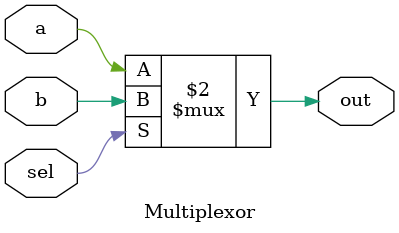
<source format=sv>
module Multiplexor(input a, b, sel,
                   output out);
   assign out = (sel == 1'b0) ? a : b;
endmodule

</source>
